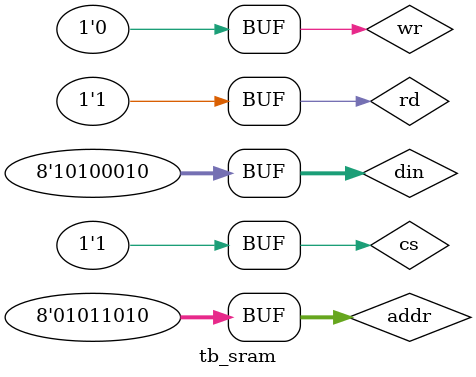
<source format=v>

`timescale 1 ns / 1 ns

`include "sram.v"

module tb_sram;
  reg cs, wr, rd;
  reg [7:0] din;
  reg [7:0] addr;
  wire [7:0] dout;
  
  sram s1(.din(din), .dout(dout), .cs(cs), .wr(wr), .rd(rd), .addr(addr));
  
  initial
  begin
    cs = 1'b0;
    #25 cs = 1'b1;
    #40 cs = 1'b0;
    #20 cs = 1'b1;
  end
  
  initial
  begin
    din = 8'b1010_0010;
    addr = 8'b1010_0101;
    #85 addr = 8'b0101_1010;
  end
  
  initial
  begin
    wr = 1'b0;
    rd = 1'b1;
    #10 wr = 1'b1;
    #10 wr = 1'b0;
    #10 wr = 1'b1;
    #10 wr = 1'b0;
    #10 rd = 1'b0;
    #10 rd = 1'b1;
    #10 rd = 1'b0;
    #10 rd = 1'b1;
    #10 wr = 1'b1;
    #10 wr = 1'b0;
    #10 rd = 1'b0;
    #10 rd = 1'b1;
  end
  
  initial
  begin
    $monitor("At time %4t, cs = %b, wr = %b, rd = %b, addr = %d, din = %b, dout = %b", $time, cs, wr, rd, addr, din, dout);
  end
endmodule
    
    

</source>
